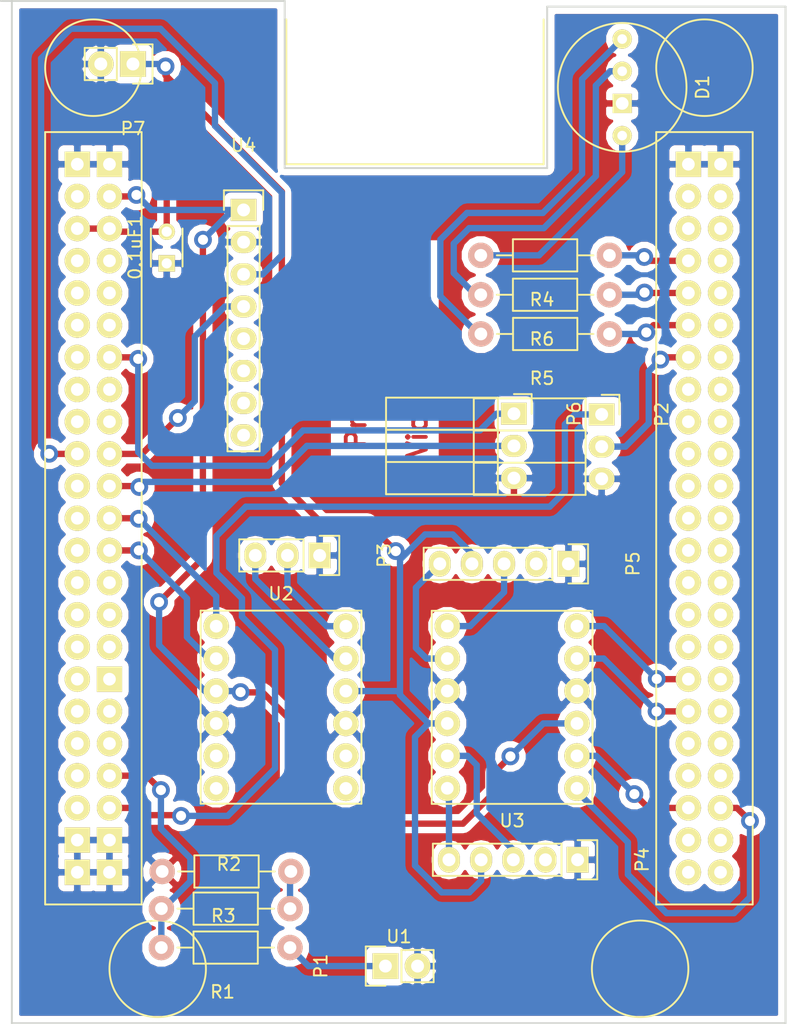
<source format=kicad_pcb>
(kicad_pcb (version 4) (host pcbnew 4.0.1-stable)
  (layers (0 F.Cu signal) (31 B.Cu signal) (34 B.Paste user) (35 F.Paste user) (36 B.SilkS user) (37 F.SilkS user) (38 B.Mask user) (39 F.Mask user) (44 Edge.Cuts user))
  (net 0 "")
  (net 1 "Net-(D1-Pad1)")
  (net 2 GND)
  (net 3 "Net-(D1-Pad3)")
  (net 4 "Net-(D1-Pad4)")
  (net 5 "Net-(P1-Pad1)")
  (net 6 /PWM1A)
  (net 7 /PWM1B)
  (net 8 "Net-(P3-Pad2)")
  (net 9 "Net-(P4-Pad2)")
  (net 10 "Net-(P4-Pad3)")
  (net 11 VCC)
  (net 12 "Net-(P4-Pad5)")
  (net 13 "Net-(P5-Pad2)")
  (net 14 "Net-(P5-Pad3)")
  (net 15 "Net-(P5-Pad5)")
  (net 16 /PWM2A)
  (net 17 /PWM2B)
  (net 18 /BATV)
  (net 19 "Net-(R2-Pad2)")
  (net 20 /GREEN1)
  (net 21 /RED1)
  (net 22 /BLUE1)
  (net 23 "Net-(U1-PadP903)")
  (net 24 /3V3)
  (net 25 "Net-(U1-PadP907)")
  (net 26 "Net-(U1-PadP908)")
  (net 27 "Net-(U1-PadP910)")
  (net 28 "Net-(U1-PadP909)")
  (net 29 "Net-(U1-PadP911)")
  (net 30 "Net-(U1-PadP912)")
  (net 31 "Net-(U1-PadP913)")
  (net 32 "Net-(U1-PadP915)")
  (net 33 "Net-(U1-PadP916)")
  (net 34 "Net-(U1-PadP918)")
  (net 35 "Net-(U1-PadP917)")
  (net 36 /SCL)
  (net 37 /SDA)
  (net 38 "Net-(U1-PadP921)")
  (net 39 "Net-(U1-PadP923)")
  (net 40 /STTX)
  (net 41 /STRX)
  (net 42 "Net-(U1-PadP925)")
  (net 43 "Net-(U1-PadP927)")
  (net 44 "Net-(U1-PadP928)")
  (net 45 "Net-(U1-PadP930)")
  (net 46 "Net-(U1-PadP929)")
  (net 47 "Net-(U1-PadP931)")
  (net 48 "Net-(U1-PadP932)")
  (net 49 "Net-(U1-PadP934)")
  (net 50 "Net-(U1-PadP933)")
  (net 51 "Net-(U1-PadP935)")
  (net 52 "Net-(U1-PadP936)")
  (net 53 "Net-(U1-PadP938)")
  (net 54 "Net-(U1-PadP937)")
  (net 55 "Net-(U1-PadP939)")
  (net 56 "Net-(U1-PadP941)")
  (net 57 "Net-(U1-PadP803)")
  (net 58 "Net-(U1-PadP805)")
  (net 59 "Net-(U1-PadP815)")
  (net 60 "Net-(U1-PadP817)")
  (net 61 "Net-(U1-PadP819)")
  (net 62 /GREEN2)
  (net 63 /BLUE2)
  (net 64 /RED2)
  (net 65 "Net-(U1-PadP827)")
  (net 66 "Net-(U1-PadP829)")
  (net 67 "Net-(U1-PadP831)")
  (net 68 /ENC1A)
  (net 69 /ENC1B)
  (net 70 "Net-(U1-PadP837)")
  (net 71 /ENC2A)
  (net 72 "Net-(U1-PadP839)")
  (net 73 "Net-(U1-PadP843)")
  (net 74 "Net-(U1-PadP845)")
  (net 75 "Net-(U1-PadP846)")
  (net 76 "Net-(U1-PadP844)")
  (net 77 /ENC2B)
  (net 78 "Net-(U1-PadP840)")
  (net 79 "Net-(U1-PadP838)")
  (net 80 "Net-(U1-PadP836)")
  (net 81 "Net-(U1-PadP834)")
  (net 82 "Net-(U1-PadP832)")
  (net 83 "Net-(U1-PadP830)")
  (net 84 "Net-(U1-PadP828)")
  (net 85 "Net-(U1-PadP826)")
  (net 86 "Net-(U1-PadP824)")
  (net 87 "Net-(U1-PadP822)")
  (net 88 "Net-(U1-PadP820)")
  (net 89 "Net-(U1-PadP818)")
  (net 90 "Net-(U1-PadP816)")
  (net 91 "Net-(U1-PadP814)")
  (net 92 "Net-(U1-PadP812)")
  (net 93 "Net-(U1-PadP810)")
  (net 94 "Net-(U1-PadP808)")
  (net 95 "Net-(U1-PadP806)")
  (net 96 "Net-(U1-PadP804)")
  (net 97 "Net-(U2-Pad5)")
  (net 98 "Net-(U2-Pad6)")
  (net 99 "Net-(U2-Pad7)")
  (net 100 "Net-(U2-Pad8)")
  (net 101 "Net-(U4-Pad5)")
  (net 102 "Net-(U4-Pad6)")
  (net 103 "Net-(U4-Pad7)")
  (net 104 "Net-(U4-Pad8)")
  (net 105 "Net-(P3-Pad3)")
  (module BeagleCapePro:BeaglecapePro_foot (layer F.Cu) (at 130.5052 102.1842)
    (fp_text reference U1 (at 0 33.02) (layer F.SilkS))
    (fp_text value BeagleboneBlack)
    (pad P901 thru_hole rect (at -25.4 -27.94) (size 2 2) (drill 1) (layers *.Cu *.Mask F.SilkS) (net 2 GND))
    (pad P902 thru_hole rect (at -22.86 -27.94) (size 2 2) (drill 1) (layers *.Cu *.Mask F.SilkS) (net 2 GND))
    (pad P903 thru_hole circle (at -25.4 -25.4) (size 2 2) (drill 1) (layers *.Cu *.Mask F.SilkS) (net 23 "Net-(U1-PadP903)"))
    (pad P904 thru_hole circle (at -22.86 -25.4) (size 2 2) (drill 1) (layers *.Cu *.Mask F.SilkS) (net 24 /3V3))
    (pad P905 thru_hole circle (at -25.4 -22.86) (size 2 2) (drill 1) (layers *.Cu *.Mask F.SilkS) (net 11 VCC))
    (pad P906 thru_hole circle (at -22.86 -22.86) (size 2 2) (drill 1) (layers *.Cu *.Mask F.SilkS) (net 11 VCC))
    (pad P907 thru_hole circle (at -25.4 -20.32) (size 2 2) (drill 1) (layers *.Cu *.Mask F.SilkS) (net 25 "Net-(U1-PadP907)"))
    (pad P908 thru_hole circle (at -22.86 -20.32) (size 2 2) (drill 1) (layers *.Cu *.Mask F.SilkS) (net 26 "Net-(U1-PadP908)"))
    (pad P910 thru_hole circle (at -22.86 -17.78) (size 2 2) (drill 1) (layers *.Cu *.Mask F.SilkS) (net 27 "Net-(U1-PadP910)"))
    (pad P909 thru_hole circle (at -25.4 -17.78) (size 2 2) (drill 1) (layers *.Cu *.Mask F.SilkS) (net 28 "Net-(U1-PadP909)"))
    (pad P911 thru_hole circle (at -25.4 -15.24) (size 2 2) (drill 1) (layers *.Cu *.Mask F.SilkS) (net 29 "Net-(U1-PadP911)"))
    (pad P912 thru_hole circle (at -22.86 -15.24) (size 2 2) (drill 1) (layers *.Cu *.Mask F.SilkS) (net 30 "Net-(U1-PadP912)"))
    (pad P914 thru_hole circle (at -22.86 -12.7) (size 2 2) (drill 1) (layers *.Cu *.Mask F.SilkS) (net 16 /PWM2A))
    (pad P913 thru_hole circle (at -25.4 -12.7) (size 2 2) (drill 1) (layers *.Cu *.Mask F.SilkS) (net 31 "Net-(U1-PadP913)"))
    (pad P915 thru_hole circle (at -25.4 -10.16) (size 2 2) (drill 1) (layers *.Cu *.Mask F.SilkS) (net 32 "Net-(U1-PadP915)"))
    (pad P916 thru_hole circle (at -22.86 -10.16) (size 2 2) (drill 1) (layers *.Cu *.Mask F.SilkS) (net 33 "Net-(U1-PadP916)"))
    (pad P918 thru_hole circle (at -22.86 -7.62) (size 2 2) (drill 1) (layers *.Cu *.Mask F.SilkS) (net 34 "Net-(U1-PadP918)"))
    (pad P917 thru_hole circle (at -25.4 -7.62) (size 2 2) (drill 1) (layers *.Cu *.Mask F.SilkS) (net 35 "Net-(U1-PadP917)"))
    (pad P919 thru_hole circle (at -25.4 -5.08) (size 2 2) (drill 1) (layers *.Cu *.Mask F.SilkS) (net 36 /SCL))
    (pad P920 thru_hole circle (at -22.86 -5.08) (size 2 2) (drill 1) (layers *.Cu *.Mask F.SilkS) (net 37 /SDA))
    (pad P922 thru_hole circle (at -22.86 -2.54) (size 2 2) (drill 1) (layers *.Cu *.Mask F.SilkS) (net 17 /PWM2B))
    (pad P921 thru_hole circle (at -25.4 -2.54) (size 2 2) (drill 1) (layers *.Cu *.Mask F.SilkS) (net 38 "Net-(U1-PadP921)"))
    (pad P923 thru_hole circle (at -25.4 0) (size 2 2) (drill 1) (layers *.Cu *.Mask F.SilkS) (net 39 "Net-(U1-PadP923)"))
    (pad P924 thru_hole circle (at -22.86 0) (size 2 2) (drill 1) (layers *.Cu *.Mask F.SilkS) (net 40 /STTX))
    (pad P926 thru_hole circle (at -22.86 2.54) (size 2 2) (drill 1) (layers *.Cu *.Mask F.SilkS) (net 41 /STRX))
    (pad P925 thru_hole circle (at -25.4 2.54) (size 2 2) (drill 1) (layers *.Cu *.Mask F.SilkS) (net 42 "Net-(U1-PadP925)"))
    (pad P927 thru_hole circle (at -25.4 5.08) (size 2 2) (drill 1) (layers *.Cu *.Mask F.SilkS) (net 43 "Net-(U1-PadP927)"))
    (pad P928 thru_hole circle (at -22.86 5.08) (size 2 2) (drill 1) (layers *.Cu *.Mask F.SilkS) (net 44 "Net-(U1-PadP928)"))
    (pad P930 thru_hole circle (at -22.86 7.62) (size 2 2) (drill 1) (layers *.Cu *.Mask F.SilkS) (net 45 "Net-(U1-PadP930)"))
    (pad P929 thru_hole circle (at -25.4 7.62) (size 2 2) (drill 1) (layers *.Cu *.Mask F.SilkS) (net 46 "Net-(U1-PadP929)"))
    (pad P931 thru_hole circle (at -25.4 10.16) (size 2 2) (drill 1) (layers *.Cu *.Mask F.SilkS) (net 47 "Net-(U1-PadP931)"))
    (pad P932 thru_hole circle (at -22.86 10.16) (size 2 2) (drill 1) (layers *.Cu *.Mask F.SilkS) (net 48 "Net-(U1-PadP932)"))
    (pad P934 thru_hole rect (at -22.86 12.7) (size 2 2) (drill 1) (layers *.Cu *.Mask F.SilkS) (net 49 "Net-(U1-PadP934)"))
    (pad P933 thru_hole circle (at -25.4 12.7) (size 2 2) (drill 1) (layers *.Cu *.Mask F.SilkS) (net 50 "Net-(U1-PadP933)"))
    (pad P935 thru_hole circle (at -25.4 15.24) (size 2 2) (drill 1) (layers *.Cu *.Mask F.SilkS) (net 51 "Net-(U1-PadP935)"))
    (pad P936 thru_hole circle (at -22.86 15.24) (size 2 2) (drill 1) (layers *.Cu *.Mask F.SilkS) (net 52 "Net-(U1-PadP936)"))
    (pad P938 thru_hole circle (at -22.86 17.78) (size 2 2) (drill 1) (layers *.Cu *.Mask F.SilkS) (net 53 "Net-(U1-PadP938)"))
    (pad P937 thru_hole circle (at -25.4 17.78) (size 2 2) (drill 1) (layers *.Cu *.Mask F.SilkS) (net 54 "Net-(U1-PadP937)"))
    (pad P939 thru_hole circle (at -25.4 20.32) (size 2 2) (drill 1) (layers *.Cu *.Mask F.SilkS) (net 55 "Net-(U1-PadP939)"))
    (pad P941 thru_hole circle (at -25.4 22.86) (size 2 2) (drill 1) (layers *.Cu *.Mask F.SilkS) (net 56 "Net-(U1-PadP941)"))
    (pad P943 thru_hole rect (at -25.4 25.4) (size 2 2) (drill 1) (layers *.Cu *.Mask F.SilkS) (net 2 GND))
    (pad P945 thru_hole rect (at -25.4 27.94) (size 2 2) (drill 1) (layers *.Cu *.Mask F.SilkS) (net 2 GND))
    (pad P946 thru_hole rect (at -22.86 27.94) (size 2 2) (drill 1) (layers *.Cu *.Mask F.SilkS) (net 2 GND))
    (pad P944 thru_hole rect (at -22.86 25.4) (size 2 2) (drill 1) (layers *.Cu *.Mask F.SilkS) (net 2 GND))
    (pad P942 thru_hole circle (at -22.86 22.86) (size 2 2) (drill 1) (layers *.Cu *.Mask F.SilkS) (net 6 /PWM1A))
    (pad P940 thru_hole circle (at -22.86 20.32) (size 2 2) (drill 1) (layers *.Cu *.Mask F.SilkS) (net 18 /BATV))
    (pad P801 thru_hole rect (at 22.86 -27.94) (size 2 2) (drill 1) (layers *.Cu *.Mask F.SilkS) (net 2 GND))
    (pad P803 thru_hole circle (at 22.86 -25.4) (size 2 2) (drill 1) (layers *.Cu *.Mask F.SilkS) (net 57 "Net-(U1-PadP803)"))
    (pad P805 thru_hole circle (at 22.86 -22.86) (size 2 2) (drill 1) (layers *.Cu *.Mask F.SilkS) (net 58 "Net-(U1-PadP805)"))
    (pad P807 thru_hole circle (at 22.86 -20.32) (size 2 2) (drill 1) (layers *.Cu *.Mask F.SilkS) (net 20 /GREEN1))
    (pad P809 thru_hole circle (at 22.86 -17.78) (size 2 2) (drill 1) (layers *.Cu *.Mask F.SilkS) (net 22 /BLUE1))
    (pad P811 thru_hole circle (at 22.86 -15.24) (size 2 2) (drill 1) (layers *.Cu *.Mask F.SilkS) (net 21 /RED1))
    (pad P813 thru_hole circle (at 22.86 -12.7) (size 2 2) (drill 1) (layers *.Cu *.Mask F.SilkS) (net 7 /PWM1B))
    (pad P815 thru_hole circle (at 22.86 -10.16) (size 2 2) (drill 1) (layers *.Cu *.Mask F.SilkS) (net 59 "Net-(U1-PadP815)"))
    (pad P817 thru_hole circle (at 22.86 -7.62) (size 2 2) (drill 1) (layers *.Cu *.Mask F.SilkS) (net 60 "Net-(U1-PadP817)"))
    (pad P819 thru_hole circle (at 22.86 -5.08) (size 2 2) (drill 1) (layers *.Cu *.Mask F.SilkS) (net 61 "Net-(U1-PadP819)"))
    (pad P821 thru_hole circle (at 22.86 -2.54) (size 2 2) (drill 1) (layers *.Cu *.Mask F.SilkS) (net 62 /GREEN2))
    (pad P823 thru_hole circle (at 22.86 0) (size 2 2) (drill 1) (layers *.Cu *.Mask F.SilkS) (net 63 /BLUE2))
    (pad P825 thru_hole circle (at 22.86 2.54) (size 2 2) (drill 1) (layers *.Cu *.Mask F.SilkS) (net 64 /RED2))
    (pad P827 thru_hole circle (at 22.86 5.08) (size 2 2) (drill 1) (layers *.Cu *.Mask F.SilkS) (net 65 "Net-(U1-PadP827)"))
    (pad P829 thru_hole circle (at 22.86 7.62) (size 2 2) (drill 1) (layers *.Cu *.Mask F.SilkS) (net 66 "Net-(U1-PadP829)"))
    (pad P831 thru_hole circle (at 22.86 10.16) (size 2 2) (drill 1) (layers *.Cu *.Mask F.SilkS) (net 67 "Net-(U1-PadP831)"))
    (pad P833 thru_hole circle (at 22.86 12.7) (size 2 2) (drill 1) (layers *.Cu *.Mask F.SilkS) (net 68 /ENC1A))
    (pad P835 thru_hole circle (at 22.86 15.24) (size 2 2) (drill 1) (layers *.Cu *.Mask F.SilkS) (net 69 /ENC1B))
    (pad P837 thru_hole circle (at 22.86 17.78) (size 2 2) (drill 1) (layers *.Cu *.Mask F.SilkS) (net 70 "Net-(U1-PadP837)"))
    (pad P841 thru_hole circle (at 22.86 22.86) (size 2 2) (drill 1) (layers *.Cu *.Mask F.SilkS) (net 71 /ENC2A))
    (pad P839 thru_hole circle (at 22.86 20.32) (size 2 2) (drill 1) (layers *.Cu *.Mask F.SilkS) (net 72 "Net-(U1-PadP839)"))
    (pad P843 thru_hole circle (at 22.86 25.4) (size 2 2) (drill 1) (layers *.Cu *.Mask F.SilkS) (net 73 "Net-(U1-PadP843)"))
    (pad P845 thru_hole circle (at 22.86 27.94) (size 2 2) (drill 1) (layers *.Cu *.Mask F.SilkS) (net 74 "Net-(U1-PadP845)"))
    (pad P846 thru_hole circle (at 25.4 27.94) (size 2 2) (drill 1) (layers *.Cu *.Mask F.SilkS) (net 75 "Net-(U1-PadP846)"))
    (pad P844 thru_hole circle (at 25.4 25.4) (size 2 2) (drill 1) (layers *.Cu *.Mask F.SilkS) (net 76 "Net-(U1-PadP844)"))
    (pad P842 thru_hole circle (at 25.4 22.86) (size 2 2) (drill 1) (layers *.Cu *.Mask F.SilkS) (net 77 /ENC2B))
    (pad P840 thru_hole circle (at 25.4 20.32) (size 2 2) (drill 1) (layers *.Cu *.Mask F.SilkS) (net 78 "Net-(U1-PadP840)"))
    (pad P838 thru_hole circle (at 25.4 17.78) (size 2 2) (drill 1) (layers *.Cu *.Mask F.SilkS) (net 79 "Net-(U1-PadP838)"))
    (pad P836 thru_hole circle (at 25.4 15.24) (size 2 2) (drill 1) (layers *.Cu *.Mask F.SilkS) (net 80 "Net-(U1-PadP836)"))
    (pad P834 thru_hole circle (at 25.4 12.7) (size 2 2) (drill 1) (layers *.Cu *.Mask F.SilkS) (net 81 "Net-(U1-PadP834)"))
    (pad P832 thru_hole circle (at 25.4 10.16) (size 2 2) (drill 1) (layers *.Cu *.Mask F.SilkS) (net 82 "Net-(U1-PadP832)"))
    (pad P830 thru_hole circle (at 25.4 7.62) (size 2 2) (drill 1) (layers *.Cu *.Mask F.SilkS) (net 83 "Net-(U1-PadP830)"))
    (pad P828 thru_hole circle (at 25.4 5.08) (size 2 2) (drill 1) (layers *.Cu *.Mask F.SilkS) (net 84 "Net-(U1-PadP828)"))
    (pad P826 thru_hole circle (at 25.4 2.54) (size 2 2) (drill 1) (layers *.Cu *.Mask F.SilkS) (net 85 "Net-(U1-PadP826)"))
    (pad P824 thru_hole circle (at 25.4 0) (size 2 2) (drill 1) (layers *.Cu *.Mask F.SilkS) (net 86 "Net-(U1-PadP824)"))
    (pad P822 thru_hole circle (at 25.4 -2.54) (size 2 2) (drill 1) (layers *.Cu *.Mask F.SilkS) (net 87 "Net-(U1-PadP822)"))
    (pad P820 thru_hole circle (at 25.4 -5.08) (size 2 2) (drill 1) (layers *.Cu *.Mask F.SilkS) (net 88 "Net-(U1-PadP820)"))
    (pad P818 thru_hole circle (at 25.4 -7.62) (size 2 2) (drill 1) (layers *.Cu *.Mask F.SilkS) (net 89 "Net-(U1-PadP818)"))
    (pad P816 thru_hole circle (at 25.4 -10.16) (size 2 2) (drill 1) (layers *.Cu *.Mask F.SilkS) (net 90 "Net-(U1-PadP816)"))
    (pad P814 thru_hole circle (at 25.4 -12.7) (size 2 2) (drill 1) (layers *.Cu *.Mask F.SilkS) (net 91 "Net-(U1-PadP814)"))
    (pad P812 thru_hole circle (at 25.4 -15.24) (size 2 2) (drill 1) (layers *.Cu *.Mask F.SilkS) (net 92 "Net-(U1-PadP812)"))
    (pad P810 thru_hole circle (at 25.4 -17.78) (size 2 2) (drill 1) (layers *.Cu *.Mask F.SilkS) (net 93 "Net-(U1-PadP810)"))
    (pad P808 thru_hole circle (at 25.4 -20.32) (size 2 2) (drill 1) (layers *.Cu *.Mask F.SilkS) (net 94 "Net-(U1-PadP808)"))
    (pad P806 thru_hole circle (at 25.4 -22.86) (size 2 2) (drill 1) (layers *.Cu *.Mask F.SilkS) (net 95 "Net-(U1-PadP806)"))
    (pad P804 thru_hole circle (at 25.4 -25.4) (size 2 2) (drill 1) (layers *.Cu *.Mask F.SilkS) (net 96 "Net-(U1-PadP804)"))
    (pad P802 thru_hole rect (at 25.4 -27.94) (size 2 2) (drill 1) (layers *.Cu *.Mask F.SilkS) (net 2 GND))
  )
  (module BeagleCapePro:LED_RGB_common_cathode5mm (layer F.Cu) (at 148.13788 68.1736 90)
    (fp_text reference D1 (at 0 6.35 90) (layer F.SilkS))
    (fp_text value LED_RABG)
    (pad 1 thru_hole circle (at -3.81 0 90) (size 1.524 1.524) (drill 0.762) (layers *.Cu *.Mask F.SilkS) (net 1 "Net-(D1-Pad1)"))
    (pad 2 thru_hole rect (at -1.27 0 90) (size 1.524 1.524) (drill oval 1) (layers *.Cu *.Mask F.SilkS) (net 2 GND))
    (pad 3 thru_hole circle (at 1.27 0 90) (size 1.524 1.524) (drill 0.762) (layers *.Cu *.Mask F.SilkS) (net 3 "Net-(D1-Pad3)"))
    (pad 4 thru_hole circle (at 3.81 0 90) (size 1.524 1.524) (drill 0.762) (layers *.Cu *.Mask F.SilkS) (net 4 "Net-(D1-Pad4)"))
  )
  (module Pin_Headers:Pin_Header_Straight_1x02 (layer F.Cu) (at 129.4384 137.5283 90)
    (fp_text reference P1 (at 0 -5.1 90) (layer F.SilkS))
    (fp_text value Bat22.2)
    (pad 1 thru_hole rect (at 0 0 90) (size 2.032 2.032) (drill 1.016) (layers *.Cu *.Mask F.SilkS) (net 5 "Net-(P1-Pad1)"))
    (pad 2 thru_hole oval (at 0 2.54 90) (size 2.032 2.032) (drill 1.016) (layers *.Cu *.Mask F.SilkS) (net 2 GND))
  )
  (module Socket_Strips:Socket_Strip_Angled_1x03 (layer F.Cu) (at 146.51736 93.99016 270)
    (fp_text reference P2 (at 0 -4.75 270) (layer F.SilkS))
    (fp_text value CONN_01X03)
    (pad 1 thru_hole rect (at 0 0 270) (size 1.7272 2.032) (drill 1.016) (layers *.Cu *.Mask F.SilkS) (net 6 /PWM1A))
    (pad 2 thru_hole oval (at 2.54 0 270) (size 1.7272 2.032) (drill 1.016) (layers *.Cu *.Mask F.SilkS) (net 7 /PWM1B))
    (pad 3 thru_hole oval (at 5.08 0 270) (size 1.7272 2.032) (drill 1.016) (layers *.Cu *.Mask F.SilkS) (net 2 GND))
  )
  (module Pin_Headers:Pin_Header_Straight_1x03 (layer F.Cu) (at 124.2441 105.1179 270)
    (fp_text reference P3 (at 0 -5.1 270) (layer F.SilkS))
    (fp_text value ST)
    (pad 1 thru_hole rect (at 0 0 270) (size 2.032 1.7272) (drill 1.016) (layers *.Cu *.Mask F.SilkS) (net 2 GND))
    (pad 2 thru_hole oval (at 0 2.54 270) (size 2.032 1.7272) (drill 1.016) (layers *.Cu *.Mask F.SilkS) (net 8 "Net-(P3-Pad2)"))
    (pad 3 thru_hole oval (at 0 5.08 270) (size 2.032 1.7272) (drill 1.016) (layers *.Cu *.Mask F.SilkS) (net 105 "Net-(P3-Pad3)"))
  )
  (module Pin_Headers:Pin_Header_Straight_1x05 (layer F.Cu) (at 144.61744 129.13868 270)
    (fp_text reference P4 (at 0 -5.1 270) (layer F.SilkS))
    (fp_text value Enc1)
    (pad 1 thru_hole rect (at 0 0 270) (size 2.032 1.7272) (drill 1.016) (layers *.Cu *.Mask F.SilkS) (net 2 GND))
    (pad 2 thru_hole oval (at 0 2.54 270) (size 2.032 1.7272) (drill 1.016) (layers *.Cu *.Mask F.SilkS) (net 9 "Net-(P4-Pad2)"))
    (pad 3 thru_hole oval (at 0 5.08 270) (size 2.032 1.7272) (drill 1.016) (layers *.Cu *.Mask F.SilkS) (net 10 "Net-(P4-Pad3)"))
    (pad 4 thru_hole oval (at 0 7.62 270) (size 2.032 1.7272) (drill 1.016) (layers *.Cu *.Mask F.SilkS) (net 11 VCC))
    (pad 5 thru_hole oval (at 0 10.16 270) (size 2.032 1.7272) (drill 1.016) (layers *.Cu *.Mask F.SilkS) (net 12 "Net-(P4-Pad5)"))
  )
  (module Pin_Headers:Pin_Header_Straight_1x05 (layer F.Cu) (at 143.891 105.78084 270)
    (fp_text reference P5 (at 0 -5.1 270) (layer F.SilkS))
    (fp_text value Enc2)
    (pad 1 thru_hole rect (at 0 0 270) (size 2.032 1.7272) (drill 1.016) (layers *.Cu *.Mask F.SilkS) (net 2 GND))
    (pad 2 thru_hole oval (at 0 2.54 270) (size 2.032 1.7272) (drill 1.016) (layers *.Cu *.Mask F.SilkS) (net 13 "Net-(P5-Pad2)"))
    (pad 3 thru_hole oval (at 0 5.08 270) (size 2.032 1.7272) (drill 1.016) (layers *.Cu *.Mask F.SilkS) (net 14 "Net-(P5-Pad3)"))
    (pad 4 thru_hole oval (at 0 7.62 270) (size 2.032 1.7272) (drill 1.016) (layers *.Cu *.Mask F.SilkS) (net 11 VCC))
    (pad 5 thru_hole oval (at 0 10.16 270) (size 2.032 1.7272) (drill 1.016) (layers *.Cu *.Mask F.SilkS) (net 15 "Net-(P5-Pad5)"))
  )
  (module Socket_Strips:Socket_Strip_Angled_1x03 (layer F.Cu) (at 139.58824 93.93428 270)
    (fp_text reference P6 (at 0 -4.75 270) (layer F.SilkS))
    (fp_text value CONN_01X03)
    (pad 1 thru_hole rect (at 0 0 270) (size 1.7272 2.032) (drill 1.016) (layers *.Cu *.Mask F.SilkS) (net 16 /PWM2A))
    (pad 2 thru_hole oval (at 2.54 0 270) (size 1.7272 2.032) (drill 1.016) (layers *.Cu *.Mask F.SilkS) (net 17 /PWM2B))
    (pad 3 thru_hole oval (at 5.08 0 270) (size 1.7272 2.032) (drill 1.016) (layers *.Cu *.Mask F.SilkS) (net 2 GND))
  )
  (module Resistors_ThroughHole:Resistor_Horizontal_RM10mm (layer F.Cu) (at 121.90222 136.0678 180)
    (fp_text reference R1 (at 5.32892 -3.50012 180) (layer F.SilkS))
    (fp_text value 100k)
    (pad 1 thru_hole circle (at 0 0 180) (size 1.99898 1.99898) (drill 1.00076) (layers *.Cu *.SilkS *.Mask) (net 5 "Net-(P1-Pad1)"))
    (pad 2 thru_hole circle (at 10.16 0 180) (size 1.99898 1.99898) (drill 1.00076) (layers *.Cu *.SilkS *.Mask) (net 18 /BATV))
  )
  (module Resistors_ThroughHole:Resistor_Horizontal_RM10mm (layer F.Cu) (at 111.7473 132.9944)
    (fp_text reference R2 (at 5.32892 -3.50012) (layer F.SilkS))
    (fp_text value 6.8k)
    (pad 1 thru_hole circle (at 0 0) (size 1.99898 1.99898) (drill 1.00076) (layers *.Cu *.SilkS *.Mask) (net 18 /BATV))
    (pad 2 thru_hole circle (at 10.16 0) (size 1.99898 1.99898) (drill 1.00076) (layers *.Cu *.SilkS *.Mask) (net 19 "Net-(R2-Pad2)"))
  )
  (module Resistors_ThroughHole:Resistor_Horizontal_RM10mm (layer F.Cu) (at 121.9708 130.0607 180)
    (fp_text reference R3 (at 5.32892 -3.50012 180) (layer F.SilkS))
    (fp_text value 820)
    (pad 1 thru_hole circle (at 0 0 180) (size 1.99898 1.99898) (drill 1.00076) (layers *.Cu *.SilkS *.Mask) (net 19 "Net-(R2-Pad2)"))
    (pad 2 thru_hole circle (at 10.16 0 180) (size 1.99898 1.99898) (drill 1.00076) (layers *.Cu *.SilkS *.Mask) (net 2 GND))
  )
  (module Resistors_ThroughHole:Resistor_Horizontal_RM10mm (layer F.Cu) (at 147.1295 81.4324 180)
    (fp_text reference R4 (at 5.32892 -3.50012 180) (layer F.SilkS))
    (fp_text value 150)
    (pad 1 thru_hole circle (at 0 0 180) (size 1.99898 1.99898) (drill 1.00076) (layers *.Cu *.SilkS *.Mask) (net 20 /GREEN1))
    (pad 2 thru_hole circle (at 10.16 0 180) (size 1.99898 1.99898) (drill 1.00076) (layers *.Cu *.SilkS *.Mask) (net 1 "Net-(D1-Pad1)"))
  )
  (module Resistors_ThroughHole:Resistor_Horizontal_RM10mm (layer F.Cu) (at 147.13712 87.64016 180)
    (fp_text reference R5 (at 5.32892 -3.50012 180) (layer F.SilkS))
    (fp_text value 150)
    (pad 1 thru_hole circle (at 0 0 180) (size 1.99898 1.99898) (drill 1.00076) (layers *.Cu *.SilkS *.Mask) (net 21 /RED1))
    (pad 2 thru_hole circle (at 10.16 0 180) (size 1.99898 1.99898) (drill 1.00076) (layers *.Cu *.SilkS *.Mask) (net 4 "Net-(D1-Pad4)"))
  )
  (module Resistors_ThroughHole:Resistor_Horizontal_RM10mm (layer F.Cu) (at 147.1295 84.5439 180)
    (fp_text reference R6 (at 5.32892 -3.50012 180) (layer F.SilkS))
    (fp_text value 150)
    (pad 1 thru_hole circle (at 0 0 180) (size 1.99898 1.99898) (drill 1.00076) (layers *.Cu *.SilkS *.Mask) (net 22 /BLUE1))
    (pad 2 thru_hole circle (at 10.16 0 180) (size 1.99898 1.99898) (drill 1.00076) (layers *.Cu *.SilkS *.Mask) (net 3 "Net-(D1-Pad3)"))
  )
  (module BeagleCapePro:Level_Converter (layer F.Cu) (at 121.1961 115.824 180)
    (fp_text reference U2 (at 0 7.68 180) (layer F.SilkS))
    (fp_text value Level_converter)
    (pad 1 thru_hole circle (at -5.12 5.12 180) (size 2 2) (drill 1) (layers *.Cu *.Mask F.SilkS) (net 8 "Net-(P3-Pad2)"))
    (pad 2 thru_hole circle (at -5.12 2.56 180) (size 2 2) (drill 1) (layers *.Cu *.Mask F.SilkS) (net 105 "Net-(P3-Pad3)"))
    (pad 3 thru_hole circle (at -5.12 0 180) (size 2 2) (drill 1) (layers *.Cu *.Mask F.SilkS) (net 11 VCC))
    (pad 4 thru_hole circle (at -5.12 -2.56 180) (size 2 2) (drill 1) (layers *.Cu *.Mask F.SilkS) (net 2 GND))
    (pad 5 thru_hole circle (at -5.12 -5.12 180) (size 2 2) (drill 1) (layers *.Cu *.Mask F.SilkS) (net 97 "Net-(U2-Pad5)"))
    (pad 6 thru_hole circle (at -5.12 -7.68 180) (size 2 2) (drill 1) (layers *.Cu *.Mask F.SilkS) (net 98 "Net-(U2-Pad6)"))
    (pad 7 thru_hole circle (at 5.12 -7.68 180) (size 2 2) (drill 1) (layers *.Cu *.Mask F.SilkS) (net 99 "Net-(U2-Pad7)"))
    (pad 8 thru_hole circle (at 5.12 -5.12 180) (size 2 2) (drill 1) (layers *.Cu *.Mask F.SilkS) (net 100 "Net-(U2-Pad8)"))
    (pad 9 thru_hole circle (at 5.12 -2.56 180) (size 2 2) (drill 1) (layers *.Cu *.Mask F.SilkS) (net 2 GND))
    (pad 10 thru_hole circle (at 5.12 0 180) (size 2 2) (drill 1) (layers *.Cu *.Mask F.SilkS) (net 24 /3V3))
    (pad 11 thru_hole circle (at 5.12 2.56 180) (size 2 2) (drill 1) (layers *.Cu *.Mask F.SilkS) (net 41 /STRX))
    (pad 12 thru_hole circle (at 5.12 5.12 180) (size 2 2) (drill 1) (layers *.Cu *.Mask F.SilkS) (net 40 /STTX))
  )
  (module BeagleCapePro:Level_Converter (layer F.Cu) (at 139.446 118.3767)
    (fp_text reference U3 (at 0 7.68) (layer F.SilkS))
    (fp_text value Level_converter)
    (pad 1 thru_hole circle (at -5.12 5.12) (size 2 2) (drill 1) (layers *.Cu *.Mask F.SilkS) (net 12 "Net-(P4-Pad5)"))
    (pad 2 thru_hole circle (at -5.12 2.56) (size 2 2) (drill 1) (layers *.Cu *.Mask F.SilkS) (net 10 "Net-(P4-Pad3)"))
    (pad 3 thru_hole circle (at -5.12 0) (size 2 2) (drill 1) (layers *.Cu *.Mask F.SilkS) (net 11 VCC))
    (pad 4 thru_hole circle (at -5.12 -2.56) (size 2 2) (drill 1) (layers *.Cu *.Mask F.SilkS) (net 2 GND))
    (pad 5 thru_hole circle (at -5.12 -5.12) (size 2 2) (drill 1) (layers *.Cu *.Mask F.SilkS) (net 15 "Net-(P5-Pad5)"))
    (pad 6 thru_hole circle (at -5.12 -7.68) (size 2 2) (drill 1) (layers *.Cu *.Mask F.SilkS) (net 14 "Net-(P5-Pad3)"))
    (pad 7 thru_hole circle (at 5.12 -7.68) (size 2 2) (drill 1) (layers *.Cu *.Mask F.SilkS) (net 68 /ENC1A))
    (pad 8 thru_hole circle (at 5.12 -5.12) (size 2 2) (drill 1) (layers *.Cu *.Mask F.SilkS) (net 69 /ENC1B))
    (pad 9 thru_hole circle (at 5.12 -2.56) (size 2 2) (drill 1) (layers *.Cu *.Mask F.SilkS) (net 2 GND))
    (pad 10 thru_hole circle (at 5.12 0) (size 2 2) (drill 1) (layers *.Cu *.Mask F.SilkS) (net 24 /3V3))
    (pad 11 thru_hole circle (at 5.12 2.56) (size 2 2) (drill 1) (layers *.Cu *.Mask F.SilkS) (net 71 /ENC2A))
    (pad 12 thru_hole circle (at 5.12 5.12) (size 2 2) (drill 1) (layers *.Cu *.Mask F.SilkS) (net 77 /ENC2B))
  )
  (module Pin_Headers:Pin_Header_Straight_1x08 (layer F.Cu) (at 118.237 77.851)
    (fp_text reference U4 (at 0 -5.1) (layer F.SilkS))
    (fp_text value MPU6050_TH)
    (pad 1 thru_hole rect (at 0 0) (size 2.032 1.7272) (drill 1.016) (layers *.Cu *.Mask F.SilkS) (net 24 /3V3))
    (pad 2 thru_hole oval (at 0 2.54) (size 2.032 1.7272) (drill 1.016) (layers *.Cu *.Mask F.SilkS) (net 2 GND))
    (pad 3 thru_hole oval (at 0 5.08) (size 2.032 1.7272) (drill 1.016) (layers *.Cu *.Mask F.SilkS) (net 36 /SCL))
    (pad 4 thru_hole oval (at 0 7.62) (size 2.032 1.7272) (drill 1.016) (layers *.Cu *.Mask F.SilkS) (net 37 /SDA))
    (pad 5 thru_hole oval (at 0 10.16) (size 2.032 1.7272) (drill 1.016) (layers *.Cu *.Mask F.SilkS) (net 101 "Net-(U4-Pad5)"))
    (pad 6 thru_hole oval (at 0 12.7) (size 2.032 1.7272) (drill 1.016) (layers *.Cu *.Mask F.SilkS) (net 102 "Net-(U4-Pad6)"))
    (pad 7 thru_hole oval (at 0 15.24) (size 2.032 1.7272) (drill 1.016) (layers *.Cu *.Mask F.SilkS) (net 103 "Net-(U4-Pad7)"))
    (pad 8 thru_hole oval (at 0 17.78) (size 2.032 1.7272) (drill 1.016) (layers *.Cu *.Mask F.SilkS) (net 104 "Net-(U4-Pad8)"))
  )
  (module Capacitors_ThroughHole:C_Disc_D3_P2.5 (layer F.Cu) (at 112.1664 82.0674 90)
    (fp_text reference 0.1uF1 (at 1.25 -2.5 90) (layer F.SilkS))
    (fp_text value C)
    (pad 1 thru_hole rect (at 0 0 90) (size 1.3 1.3) (drill 0.8) (layers *.Cu *.Mask F.SilkS) (net 2 GND))
    (pad 2 thru_hole circle (at 2.5 0 90) (size 1.3 1.3) (drill 0.8001) (layers *.Cu *.Mask F.SilkS) (net 11 VCC))
  )
  (module Socket_Strips:Socket_Strip_Straight_1x02 (layer F.Cu) (at 109.4994 66.3321 180)
    (fp_text reference P7 (at 0 -5.1 180) (layer F.SilkS))
    (fp_text value CONN_01X02)
    (pad 1 thru_hole rect (at 0 0 180) (size 2.032 2.032) (drill 1.016) (layers *.Cu *.Mask F.SilkS) (net 11 VCC))
    (pad 2 thru_hole oval (at 2.54 0 180) (size 2.032 2.032) (drill 1.016) (layers *.Cu *.Mask F.SilkS) (net 2 GND))
  )
  (gr_text "ProBotRev.C7\nMay 2016\nVictor Azevedo" (at 129.54 89.154 90) (layer F.Cu) (effects (font (size 1.5 1.5) (thickness 0.3))))
  (gr_line (start 99.9363 61.35624) (end 99.91344 61.35624) (angle 90) (layer Edge.Cuts) (width 0.15))
  (gr_line (start 99.9363 142.0368) (end 99.9363 61.35624) (angle 90) (layer Edge.Cuts) (width 0.15))
  (gr_line (start 161.036 142.0368) (end 99.9363 142.0368) (angle 90) (layer Edge.Cuts) (width 0.15))
  (gr_line (start 161.036 61.80328) (end 161.036 142.0368) (angle 90) (layer Edge.Cuts) (width 0.15))
  (gr_line (start 142.2146 61.80328) (end 161.036 61.80328) (angle 90) (layer Edge.Cuts) (width 0.15))
  (gr_line (start 142.2146 74.54392) (end 142.2146 61.80328) (angle 90) (layer Edge.Cuts) (width 0.15))
  (gr_line (start 121.48312 74.54392) (end 142.2146 74.54392) (angle 90) (layer Edge.Cuts) (width 0.15))
  (gr_line (start 121.48312 61.35624) (end 121.48312 74.54392) (angle 90) (layer Edge.Cuts) (width 0.15))
  (gr_line (start 99.07524 61.35624) (end 121.48312 61.35624) (angle 90) (layer Edge.Cuts) (width 0.15))
  (segment (start 136.9695 81.4324) (end 141.5669 81.4324) (width 0.5) (layer B.Cu) (net 1))
  (segment (start 148.13788 74.86142) (end 148.13788 71.9836) (width 0.5) (layer B.Cu) (net 1))
  (segment (start 141.5669 81.4324) (end 148.13788 74.86142) (width 0.5) (layer B.Cu) (net 1))
  (segment (start 140.6652 79.2861) (end 141.9479 79.2861) (width 0.5) (layer B.Cu) (net 3))
  (segment (start 148.13788 66.9036) (end 147.18792 66.9036) (width 0.5) (layer B.Cu) (net 3))
  (segment (start 146.06016 68.03136) (end 147.18792 66.9036) (width 0.5) (layer B.Cu) (net 3))
  (segment (start 146.06016 73.89114) (end 146.06016 68.03136) (width 0.5) (layer B.Cu) (net 3))
  (segment (start 136.0551 79.2861) (end 140.6652 79.2861) (width 0.5) (layer B.Cu) (net 3))
  (segment (start 134.8359 80.5053) (end 136.0551 79.2861) (width 0.5) (layer B.Cu) (net 3))
  (segment (start 134.8359 82.8294) (end 134.8359 80.5053) (width 0.5) (layer B.Cu) (net 3))
  (segment (start 134.8359 82.8294) (end 136.5504 84.5439) (width 0.5) (layer B.Cu) (net 3))
  (segment (start 146.06016 75.17384) (end 146.06016 73.89114) (width 0.5) (layer B.Cu) (net 3))
  (segment (start 141.9479 79.2861) (end 146.06016 75.17384) (width 0.5) (layer B.Cu) (net 3))
  (segment (start 136.9695 84.5439) (end 136.5504 84.5439) (width 0.5) (layer B.Cu) (net 3))
  (segment (start 140.31722 78.08976) (end 141.871444 78.08976) (width 0.5) (layer B.Cu) (net 4))
  (segment (start 148.13788 64.3636) (end 144.9705 67.53098) (width 0.5) (layer B.Cu) (net 4))
  (segment (start 144.9705 73.43648) (end 144.9705 67.53098) (width 0.5) (layer B.Cu) (net 4))
  (segment (start 135.87984 78.08976) (end 140.31722 78.08976) (width 0.5) (layer B.Cu) (net 4))
  (segment (start 133.77672 80.19288) (end 135.87984 78.08976) (width 0.5) (layer B.Cu) (net 4))
  (segment (start 133.77672 84.6582) (end 133.77672 80.19288) (width 0.5) (layer B.Cu) (net 4))
  (segment (start 133.77672 84.6582) (end 136.75868 87.64016) (width 0.5) (layer B.Cu) (net 4))
  (segment (start 144.9705 74.990704) (end 144.9705 73.43648) (width 0.5) (layer B.Cu) (net 4))
  (segment (start 141.871444 78.08976) (end 144.9705 74.990704) (width 0.5) (layer B.Cu) (net 4))
  (segment (start 136.97712 87.64016) (end 136.75868 87.64016) (width 0.5) (layer B.Cu) (net 4))
  (segment (start 129.4384 137.5283) (end 123.36272 137.5283) (width 0.5) (layer B.Cu) (net 5))
  (segment (start 123.36272 137.5283) (end 121.90222 136.0678) (width 0.5) (layer B.Cu) (net 5))
  (segment (start 118.7958 110.6424) (end 118.7958 110.64748) (width 0.5) (layer B.Cu) (net 6))
  (segment (start 143.6116 100.076) (end 142.4178 101.2698) (width 0.5) (layer B.Cu) (net 6))
  (segment (start 142.4178 101.2698) (end 118.4148 101.2698) (width 0.5) (layer B.Cu) (net 6))
  (segment (start 118.4148 101.2698) (end 117.6147 102.0699) (width 0.5) (layer B.Cu) (net 6))
  (segment (start 117.6147 102.0699) (end 116.0907 103.5939) (width 0.5) (layer B.Cu) (net 6))
  (segment (start 116.0907 103.5939) (end 116.0907 106.4895) (width 0.5) (layer B.Cu) (net 6))
  (segment (start 116.0907 106.4895) (end 118.11 108.5088) (width 0.5) (layer B.Cu) (net 6))
  (segment (start 118.11 108.5088) (end 118.11 109.9566) (width 0.5) (layer B.Cu) (net 6))
  (segment (start 118.11 109.9566) (end 118.7958 110.6424) (width 0.5) (layer B.Cu) (net 6))
  (segment (start 118.7958 123.8631) (end 116.98478 125.67412) (width 0.5) (layer B.Cu) (net 6))
  (segment (start 116.98478 125.67412) (end 113.2967 125.67412) (width 0.5) (layer B.Cu) (net 6))
  (segment (start 144.39392 93.99016) (end 143.6116 94.77248) (width 0.5) (layer B.Cu) (net 6))
  (segment (start 143.6116 94.77248) (end 143.6116 99.3521) (width 0.5) (layer B.Cu) (net 6))
  (via (at 113.2967 125.67412) (size 1.4) (drill 0.8) (layers F.Cu B.Cu) (net 6))
  (segment (start 113.2967 125.67412) (end 113.24082 125.61824) (width 0.5) (layer F.Cu) (net 6))
  (segment (start 113.24082 125.61824) (end 110.41888 125.61824) (width 0.5) (layer F.Cu) (net 6))
  (segment (start 110.41888 125.61824) (end 109.84484 125.0442) (width 0.5) (layer F.Cu) (net 6))
  (segment (start 107.6452 125.0442) (end 109.84484 125.0442) (width 0.5) (layer F.Cu) (net 6))
  (segment (start 144.39392 93.99016) (end 146.51736 93.99016) (width 0.5) (layer B.Cu) (net 6))
  (segment (start 143.6116 99.3521) (end 143.6116 100.076) (width 0.5) (layer B.Cu) (net 6))
  (segment (start 120.72112 121.93778) (end 118.7958 123.8631) (width 0.5) (layer B.Cu) (net 6))
  (segment (start 120.72112 112.5728) (end 120.72112 121.93778) (width 0.5) (layer B.Cu) (net 6))
  (segment (start 118.7958 110.64748) (end 120.72112 112.5728) (width 0.5) (layer B.Cu) (net 6))
  (segment (start 146.51736 96.53016) (end 148.39188 96.53016) (width 0.5) (layer B.Cu) (net 7))
  (segment (start 151.33066 89.4842) (end 153.3652 89.4842) (width 0.5) (layer F.Cu) (net 7))
  (segment (start 151.1554 89.65946) (end 151.33066 89.4842) (width 0.5) (layer F.Cu) (net 7))
  (via (at 151.1554 89.65946) (size 1.4) (drill 0.8) (layers F.Cu B.Cu) (net 7))
  (segment (start 150.23338 90.58148) (end 151.1554 89.65946) (width 0.5) (layer B.Cu) (net 7))
  (segment (start 150.23338 94.68866) (end 150.23338 90.58148) (width 0.5) (layer B.Cu) (net 7))
  (segment (start 148.39188 96.53016) (end 150.23338 94.68866) (width 0.5) (layer B.Cu) (net 7))
  (segment (start 126.3161 110.704) (end 124.801 110.704) (width 0.5) (layer B.Cu) (net 8))
  (segment (start 121.7041 107.6071) (end 121.7041 105.1179) (width 0.5) (layer B.Cu) (net 8))
  (segment (start 124.801 110.704) (end 121.7041 107.6071) (width 0.5) (layer B.Cu) (net 8))
  (segment (start 139.53744 129.13868) (end 139.53744 128.36144) (width 0.5) (layer B.Cu) (net 10))
  (segment (start 139.53744 128.36144) (end 136.652 125.476) (width 0.5) (layer B.Cu) (net 10))
  (segment (start 136.652 125.476) (end 136.652 121.666) (width 0.5) (layer B.Cu) (net 10))
  (segment (start 136.652 121.666) (end 135.9227 120.9367) (width 0.5) (layer B.Cu) (net 10))
  (segment (start 135.9227 120.9367) (end 134.326 120.9367) (width 0.5) (layer B.Cu) (net 10))
  (segment (start 112.07496 66.5226) (end 112.07496 67.23126) (width 0.5) (layer F.Cu) (net 11))
  (segment (start 130.59156 105.11028) (end 130.59156 105.44556) (width 0.5) (layer B.Cu) (net 11))
  (segment (start 130.25628 104.775) (end 130.59156 105.11028) (width 0.5) (layer B.Cu) (net 11))
  (via (at 130.25628 104.775) (size 1.4) (drill 0.8) (layers F.Cu B.Cu) (net 11))
  (segment (start 128.02108 102.5398) (end 130.25628 104.775) (width 0.5) (layer F.Cu) (net 11))
  (segment (start 124.38888 102.5398) (end 128.02108 102.5398) (width 0.5) (layer F.Cu) (net 11))
  (segment (start 121.2596 99.41052) (end 124.38888 102.5398) (width 0.5) (layer F.Cu) (net 11))
  (segment (start 121.2596 76.4159) (end 121.2596 99.41052) (width 0.5) (layer F.Cu) (net 11))
  (segment (start 112.07496 67.23126) (end 121.2596 76.4159) (width 0.5) (layer F.Cu) (net 11))
  (segment (start 126.3161 115.824) (end 130.40868 115.824) (width 0.5) (layer B.Cu) (net 11))
  (segment (start 130.40868 115.824) (end 130.59156 116.00688) (width 0.5) (layer B.Cu) (net 11))
  (segment (start 136.271 105.78084) (end 136.271 104.9782) (width 0.5) (layer B.Cu) (net 11))
  (segment (start 136.271 104.9782) (end 134.75462 103.46182) (width 0.5) (layer B.Cu) (net 11))
  (segment (start 132.5753 103.46182) (end 130.59156 105.44556) (width 0.5) (layer B.Cu) (net 11))
  (segment (start 134.75462 103.46182) (end 132.5753 103.46182) (width 0.5) (layer B.Cu) (net 11))
  (segment (start 130.59156 105.44556) (end 130.59156 116.00688) (width 0.5) (layer B.Cu) (net 11))
  (segment (start 130.59156 116.00688) (end 130.59156 116.1288) (width 0.5) (layer B.Cu) (net 11))
  (segment (start 130.59156 116.1288) (end 132.83946 118.3767) (width 0.5) (layer B.Cu) (net 11))
  (segment (start 136.99744 129.13868) (end 136.99744 130.77952) (width 0.5) (layer B.Cu) (net 11))
  (segment (start 132.83946 118.3767) (end 134.326 118.3767) (width 0.5) (layer B.Cu) (net 11))
  (segment (start 131.7752 119.44096) (end 132.83946 118.3767) (width 0.5) (layer B.Cu) (net 11))
  (segment (start 131.7752 129.59588) (end 131.7752 119.44096) (width 0.5) (layer B.Cu) (net 11))
  (segment (start 133.88848 131.70916) (end 131.7752 129.59588) (width 0.5) (layer B.Cu) (net 11))
  (segment (start 136.0678 131.70916) (end 133.88848 131.70916) (width 0.5) (layer B.Cu) (net 11))
  (segment (start 136.99744 130.77952) (end 136.0678 131.70916) (width 0.5) (layer B.Cu) (net 11))
  (segment (start 112.1664 79.5674) (end 112.1664 66.61404) (width 0.5) (layer F.Cu) (net 11))
  (segment (start 111.88446 66.3321) (end 109.4994 66.3321) (width 0.5) (layer B.Cu) (net 11))
  (segment (start 112.07496 66.5226) (end 111.88446 66.3321) (width 0.5) (layer B.Cu) (net 11))
  (via (at 112.07496 66.5226) (size 1.4) (drill 0.8) (layers F.Cu B.Cu) (net 11))
  (segment (start 112.1664 66.61404) (end 112.07496 66.5226) (width 0.5) (layer F.Cu) (net 11))
  (segment (start 105.1052 79.3242) (end 107.6452 79.3242) (width 0.5) (layer F.Cu) (net 11))
  (segment (start 112.1664 79.5674) (end 107.8884 79.5674) (width 0.5) (layer F.Cu) (net 11))
  (segment (start 107.8884 79.5674) (end 107.6452 79.3242) (width 0.5) (layer F.Cu) (net 11))
  (segment (start 134.45744 129.13868) (end 134.45744 123.62814) (width 0.5) (layer B.Cu) (net 12))
  (segment (start 134.45744 123.62814) (end 134.326 123.4967) (width 0.5) (layer B.Cu) (net 12))
  (segment (start 134.326 110.6967) (end 136.12526 110.6967) (width 0.5) (layer B.Cu) (net 14))
  (segment (start 138.811 108.01096) (end 138.811 105.78084) (width 0.5) (layer B.Cu) (net 14))
  (segment (start 136.12526 110.6967) (end 138.811 108.01096) (width 0.5) (layer B.Cu) (net 14))
  (segment (start 132.8782 113.2567) (end 132.6877 113.2567) (width 0.5) (layer B.Cu) (net 15))
  (segment (start 134.326 113.2567) (end 132.8782 113.2567) (width 0.5) (layer B.Cu) (net 15))
  (segment (start 131.84886 107.66298) (end 133.731 105.78084) (width 0.5) (layer B.Cu) (net 15))
  (segment (start 131.84886 112.41786) (end 131.84886 107.66298) (width 0.5) (layer B.Cu) (net 15))
  (segment (start 132.6877 113.2567) (end 131.84886 112.41786) (width 0.5) (layer B.Cu) (net 15))
  (segment (start 120.142 98.044) (end 122.936 95.25) (width 0.5) (layer B.Cu) (net 16))
  (segment (start 110.998 98.044) (end 109.91596 96.96196) (width 0.5) (layer B.Cu) (net 16))
  (segment (start 109.91596 96.96196) (end 109.91596 89.60358) (width 0.5) (layer B.Cu) (net 16))
  (via (at 109.91596 89.60358) (size 1.4) (drill 0.8) (layers F.Cu B.Cu) (net 16))
  (segment (start 109.91596 89.60358) (end 109.79658 89.4842) (width 0.5) (layer F.Cu) (net 16))
  (segment (start 107.6452 89.4842) (end 109.79658 89.4842) (width 0.5) (layer F.Cu) (net 16))
  (segment (start 120.142 98.044) (end 114.16538 98.044) (width 0.5) (layer B.Cu) (net 16))
  (segment (start 114.16538 98.044) (end 110.998 98.044) (width 0.5) (layer B.Cu) (net 16))
  (segment (start 138.22172 93.93428) (end 139.58824 93.93428) (width 0.5) (layer B.Cu) (net 16))
  (segment (start 136.906 95.25) (end 138.22172 93.93428) (width 0.5) (layer B.Cu) (net 16))
  (segment (start 122.936 95.25) (end 136.906 95.25) (width 0.5) (layer B.Cu) (net 16))
  (segment (start 124.36348 96.47428) (end 123.23572 96.47428) (width 0.5) (layer B.Cu) (net 17))
  (via (at 109.99978 99.71786) (size 1.4) (drill 0.8) (layers F.Cu B.Cu) (net 17))
  (segment (start 109.99978 99.71786) (end 109.92612 99.6442) (width 0.5) (layer F.Cu) (net 17))
  (segment (start 107.6452 99.6442) (end 109.92612 99.6442) (width 0.5) (layer F.Cu) (net 17))
  (segment (start 124.36348 96.47428) (end 139.58824 96.47428) (width 0.5) (layer B.Cu) (net 17))
  (segment (start 110.40364 99.314) (end 109.99978 99.71786) (width 0.5) (layer B.Cu) (net 17))
  (segment (start 120.396 99.314) (end 110.40364 99.314) (width 0.5) (layer B.Cu) (net 17))
  (segment (start 123.23572 96.47428) (end 120.396 99.314) (width 0.5) (layer B.Cu) (net 17))
  (segment (start 111.7473 132.9944) (end 111.8743 132.9944) (width 0.5) (layer B.Cu) (net 18))
  (segment (start 111.8743 132.9944) (end 114.0333 130.8354) (width 0.5) (layer B.Cu) (net 18))
  (segment (start 110.5789 122.5042) (end 107.6452 122.5042) (width 0.5) (layer F.Cu) (net 18))
  (segment (start 111.7092 123.6345) (end 110.5789 122.5042) (width 0.5) (layer F.Cu) (net 18))
  (via (at 111.7092 123.6345) (size 1.4) (drill 0.8) (layers F.Cu B.Cu) (net 18))
  (segment (start 111.7092 126.6825) (end 111.7092 123.6345) (width 0.5) (layer B.Cu) (net 18))
  (segment (start 114.0333 129.0066) (end 111.7092 126.6825) (width 0.5) (layer B.Cu) (net 18))
  (segment (start 114.0333 130.8354) (end 114.0333 129.0066) (width 0.5) (layer B.Cu) (net 18))
  (segment (start 111.74222 136.0678) (end 111.74222 132.99948) (width 0.5) (layer B.Cu) (net 18))
  (segment (start 111.74222 132.99948) (end 111.7473 132.9944) (width 0.5) (layer B.Cu) (net 18))
  (segment (start 121.9073 132.9944) (end 121.9073 130.1242) (width 0.5) (layer B.Cu) (net 19))
  (segment (start 121.9073 130.1242) (end 121.9708 130.0607) (width 0.5) (layer B.Cu) (net 19))
  (segment (start 147.1295 81.4324) (end 149.74824 81.4324) (width 0.5) (layer B.Cu) (net 20))
  (segment (start 150.18004 81.8642) (end 153.3652 81.8642) (width 0.5) (layer F.Cu) (net 20))
  (segment (start 149.88032 81.56448) (end 150.18004 81.8642) (width 0.5) (layer F.Cu) (net 20))
  (via (at 149.88032 81.56448) (size 1.4) (drill 0.8) (layers F.Cu B.Cu) (net 20))
  (segment (start 149.74824 81.4324) (end 149.88032 81.56448) (width 0.5) (layer B.Cu) (net 20))
  (segment (start 147.13712 87.64016) (end 149.92096 87.64016) (width 0.5) (layer B.Cu) (net 21))
  (segment (start 150.61692 86.9442) (end 153.3652 86.9442) (width 0.5) (layer F.Cu) (net 21))
  (segment (start 150.04288 87.51824) (end 150.61692 86.9442) (width 0.5) (layer F.Cu) (net 21))
  (via (at 150.04288 87.51824) (size 1.4) (drill 0.8) (layers F.Cu B.Cu) (net 21))
  (segment (start 149.92096 87.64016) (end 150.04288 87.51824) (width 0.5) (layer B.Cu) (net 21))
  (segment (start 147.1295 84.5439) (end 149.72538 84.5439) (width 0.5) (layer B.Cu) (net 22))
  (segment (start 149.9362 84.4042) (end 153.3652 84.4042) (width 0.5) (layer F.Cu) (net 22))
  (segment (start 149.90064 84.36864) (end 149.9362 84.4042) (width 0.5) (layer F.Cu) (net 22))
  (via (at 149.90064 84.36864) (size 1.4) (drill 0.8) (layers F.Cu B.Cu) (net 22))
  (segment (start 149.72538 84.5439) (end 149.90064 84.36864) (width 0.5) (layer B.Cu) (net 22))
  (segment (start 116.0761 115.824) (end 115.18138 115.824) (width 0.5) (layer B.Cu) (net 24))
  (segment (start 115.18138 115.824) (end 111.56442 112.20704) (width 0.5) (layer B.Cu) (net 24))
  (segment (start 115.03152 80.20304) (end 117.38356 77.851) (width 0.5) (layer B.Cu) (net 24))
  (via (at 115.03152 80.20304) (size 1.4) (drill 0.8) (layers F.Cu B.Cu) (net 24))
  (segment (start 115.0239 80.21066) (end 115.03152 80.20304) (width 0.5) (layer F.Cu) (net 24))
  (segment (start 115.0239 105.33888) (end 115.0239 80.21066) (width 0.5) (layer F.Cu) (net 24))
  (segment (start 111.56442 108.79836) (end 115.0239 105.33888) (width 0.5) (layer F.Cu) (net 24))
  (via (at 111.56442 108.79836) (size 1.4) (drill 0.8) (layers F.Cu B.Cu) (net 24))
  (segment (start 111.56442 112.20704) (end 111.56442 108.79836) (width 0.5) (layer B.Cu) (net 24))
  (segment (start 117.38356 77.851) (end 118.237 77.851) (width 0.5) (layer B.Cu) (net 24))
  (segment (start 121.85904 118.03888) (end 119.74576 115.9256) (width 0.5) (layer F.Cu) (net 24))
  (segment (start 141.91234 118.3767) (end 139.30884 120.9802) (width 0.5) (layer B.Cu) (net 24))
  (via (at 139.30884 120.9802) (size 1.4) (drill 0.8) (layers F.Cu B.Cu) (net 24))
  (segment (start 139.30884 120.9802) (end 138.07948 122.20956) (width 0.5) (layer F.Cu) (net 24))
  (segment (start 138.07948 122.20956) (end 138.07948 123.7742) (width 0.5) (layer F.Cu) (net 24))
  (segment (start 138.07948 123.7742) (end 135.56488 126.2888) (width 0.5) (layer F.Cu) (net 24))
  (segment (start 135.56488 126.2888) (end 124.38888 126.2888) (width 0.5) (layer F.Cu) (net 24))
  (segment (start 124.38888 126.2888) (end 121.85904 123.75896) (width 0.5) (layer F.Cu) (net 24))
  (segment (start 121.85904 123.75896) (end 121.85904 118.03888) (width 0.5) (layer F.Cu) (net 24))
  (segment (start 144.566 118.3767) (end 141.91234 118.3767) (width 0.5) (layer B.Cu) (net 24))
  (segment (start 117.91696 115.824) (end 116.0761 115.824) (width 0.5) (layer B.Cu) (net 24))
  (segment (start 117.99824 115.90528) (end 117.91696 115.824) (width 0.5) (layer B.Cu) (net 24))
  (via (at 117.99824 115.90528) (size 1.4) (drill 0.8) (layers F.Cu B.Cu) (net 24))
  (segment (start 118.01856 115.9256) (end 117.99824 115.90528) (width 0.5) (layer F.Cu) (net 24))
  (segment (start 119.74576 115.9256) (end 118.01856 115.9256) (width 0.5) (layer F.Cu) (net 24))
  (segment (start 107.6452 76.7842) (end 109.65942 76.7842) (width 0.5) (layer F.Cu) (net 24))
  (segment (start 109.65942 76.7842) (end 109.77626 76.66736) (width 0.5) (layer F.Cu) (net 24))
  (via (at 109.77626 76.66736) (size 1.4) (drill 0.8) (layers F.Cu B.Cu) (net 24))
  (segment (start 110.9599 77.851) (end 118.237 77.851) (width 0.5) (layer B.Cu) (net 24))
  (segment (start 109.77626 76.66736) (end 110.9599 77.851) (width 0.5) (layer B.Cu) (net 24))
  (segment (start 118.237 82.931) (end 119.74576 82.931) (width 0.5) (layer B.Cu) (net 36))
  (segment (start 102.8954 97.1042) (end 105.1052 97.1042) (width 0.5) (layer F.Cu) (net 36))
  (segment (start 102.88524 97.09404) (end 102.8954 97.1042) (width 0.5) (layer F.Cu) (net 36))
  (via (at 102.88524 97.09404) (size 1.4) (drill 0.8) (layers F.Cu B.Cu) (net 36))
  (segment (start 102.24516 96.45396) (end 102.88524 97.09404) (width 0.5) (layer B.Cu) (net 36))
  (segment (start 102.24516 65.89014) (end 102.24516 96.45396) (width 0.5) (layer B.Cu) (net 36))
  (segment (start 104.5845 63.5508) (end 102.24516 65.89014) (width 0.5) (layer B.Cu) (net 36))
  (segment (start 111.6711 63.5508) (end 104.5845 63.5508) (width 0.5) (layer B.Cu) (net 36))
  (segment (start 115.9764 67.8561) (end 111.6711 63.5508) (width 0.5) (layer B.Cu) (net 36))
  (segment (start 115.9764 71.2089) (end 115.9764 67.8561) (width 0.5) (layer B.Cu) (net 36))
  (segment (start 121.2596 76.4921) (end 115.9764 71.2089) (width 0.5) (layer B.Cu) (net 36))
  (segment (start 121.2596 81.41716) (end 121.2596 76.4921) (width 0.5) (layer B.Cu) (net 36))
  (segment (start 119.74576 82.931) (end 121.2596 81.41716) (width 0.5) (layer B.Cu) (net 36))
  (segment (start 107.6452 97.1042) (end 110.2106 97.1042) (width 0.5) (layer F.Cu) (net 37))
  (segment (start 116.75872 85.471) (end 118.237 85.471) (width 0.5) (layer B.Cu) (net 37))
  (segment (start 114.38636 87.84336) (end 116.75872 85.471) (width 0.5) (layer B.Cu) (net 37))
  (segment (start 114.38636 92.92844) (end 114.38636 87.84336) (width 0.5) (layer B.Cu) (net 37))
  (segment (start 113.04524 94.26956) (end 114.38636 92.92844) (width 0.5) (layer B.Cu) (net 37))
  (via (at 113.04524 94.26956) (size 1.4) (drill 0.8) (layers F.Cu B.Cu) (net 37))
  (segment (start 110.2106 97.1042) (end 113.04524 94.26956) (width 0.5) (layer F.Cu) (net 37))
  (segment (start 116.0761 110.704) (end 116.0761 108.3418) (width 0.5) (layer B.Cu) (net 40))
  (segment (start 109.9185 102.1842) (end 107.6452 102.1842) (width 0.5) (layer F.Cu) (net 40))
  (segment (start 109.9566 102.2223) (end 109.9185 102.1842) (width 0.5) (layer F.Cu) (net 40))
  (via (at 109.9566 102.2223) (size 1.4) (drill 0.8) (layers F.Cu B.Cu) (net 40))
  (segment (start 116.0761 108.3418) (end 109.9566 102.2223) (width 0.5) (layer B.Cu) (net 40))
  (segment (start 116.0761 113.264) (end 115.4738 113.264) (width 0.5) (layer B.Cu) (net 41))
  (segment (start 115.4738 113.264) (end 113.7666 111.5568) (width 0.5) (layer B.Cu) (net 41))
  (segment (start 113.7666 111.5568) (end 113.7666 108.51896) (width 0.5) (layer B.Cu) (net 41))
  (segment (start 113.7666 108.51896) (end 109.9693 104.72166) (width 0.5) (layer B.Cu) (net 41))
  (via (at 109.9693 104.72166) (size 1.4) (drill 0.8) (layers F.Cu B.Cu) (net 41))
  (segment (start 109.9693 104.72166) (end 109.96676 104.7242) (width 0.5) (layer F.Cu) (net 41))
  (segment (start 109.96676 104.7242) (end 107.6452 104.7242) (width 0.5) (layer F.Cu) (net 41))
  (segment (start 144.566 110.6967) (end 146.7012 110.6967) (width 0.5) (layer B.Cu) (net 68))
  (segment (start 150.8887 114.8842) (end 153.3652 114.8842) (width 0.5) (layer F.Cu) (net 68))
  (segment (start 150.86584 114.86134) (end 150.8887 114.8842) (width 0.5) (layer F.Cu) (net 68))
  (via (at 150.86584 114.86134) (size 1.4) (drill 0.8) (layers F.Cu B.Cu) (net 68))
  (segment (start 146.7012 110.6967) (end 150.86584 114.86134) (width 0.5) (layer B.Cu) (net 68))
  (segment (start 144.566 113.2567) (end 146.67802 113.2567) (width 0.5) (layer B.Cu) (net 69))
  (segment (start 150.86076 117.4242) (end 153.3652 117.4242) (width 0.5) (layer F.Cu) (net 69))
  (segment (start 150.85314 117.43182) (end 150.86076 117.4242) (width 0.5) (layer F.Cu) (net 69))
  (via (at 150.85314 117.43182) (size 1.4) (drill 0.8) (layers F.Cu B.Cu) (net 69))
  (segment (start 146.67802 113.2567) (end 150.85314 117.43182) (width 0.5) (layer B.Cu) (net 69))
  (segment (start 144.566 120.9367) (end 146.0827 120.9367) (width 0.5) (layer B.Cu) (net 71))
  (segment (start 150.1902 125.0442) (end 153.3652 125.0442) (width 0.5) (layer F.Cu) (net 71))
  (segment (start 149.098 123.952) (end 150.1902 125.0442) (width 0.5) (layer F.Cu) (net 71))
  (via (at 149.098 123.952) (size 1.4) (drill 0.8) (layers F.Cu B.Cu) (net 71))
  (segment (start 146.0827 120.9367) (end 149.098 123.952) (width 0.5) (layer B.Cu) (net 71))
  (segment (start 144.566 123.4967) (end 144.566 123.738) (width 0.5) (layer B.Cu) (net 77))
  (segment (start 144.566 123.738) (end 148.59 127.762) (width 0.5) (layer B.Cu) (net 77))
  (segment (start 148.59 127.762) (end 148.59 130.302) (width 0.5) (layer B.Cu) (net 77))
  (segment (start 148.59 130.302) (end 151.638 133.35) (width 0.5) (layer B.Cu) (net 77))
  (segment (start 151.638 133.35) (end 156.972 133.35) (width 0.5) (layer B.Cu) (net 77))
  (segment (start 156.972 133.35) (end 158.2293 132.0927) (width 0.5) (layer B.Cu) (net 77))
  (segment (start 158.2293 132.0927) (end 158.2293 126.0729) (width 0.5) (layer B.Cu) (net 77))
  (via (at 158.2293 126.0729) (size 1.4) (drill 0.8) (layers F.Cu B.Cu) (net 77))
  (segment (start 158.2293 126.0729) (end 157.2006 125.0442) (width 0.5) (layer F.Cu) (net 77))
  (segment (start 155.9052 125.0442) (end 157.2006 125.0442) (width 0.5) (layer F.Cu) (net 77))
  (segment (start 119.1641 105.1179) (end 119.1641 106.9721) (width 0.5) (layer B.Cu) (net 105))
  (segment (start 119.1641 106.9721) (end 125.456 113.264) (width 0.5) (layer B.Cu) (net 105))
  (segment (start 125.456 113.264) (end 126.3161 113.264) (width 0.5) (layer B.Cu) (net 105))
  (zone (net 2) (net_name GND) (layer F.Cu) (connect_pads (clearance 0.508)) (min_thickness 0.254) (fill yes (arc_segments 16) (thermal_gap 0.508) (thermal_bridge_width 0.508))
    (polygon (pts (xy 100.203 61.595) (xy 161.163 61.976) (xy 161.036 141.732) (xy 99.822 141.859) (xy 100.10902 61.63564)))
  )
  (zone (net 2) (net_name GND) (layer B.Cu) (connect_pads (clearance 0.508)) (min_thickness 0.254) (fill yes (arc_segments 16) (thermal_gap 0.508) (thermal_bridge_width 0.508))
    (polygon (pts (xy 99.7839 61.595) (xy 161.1249 62.103) (xy 161.04616 141.82344) (xy 99.8982 141.7066) (xy 99.78136 61.60008)))
  )
)
</source>
